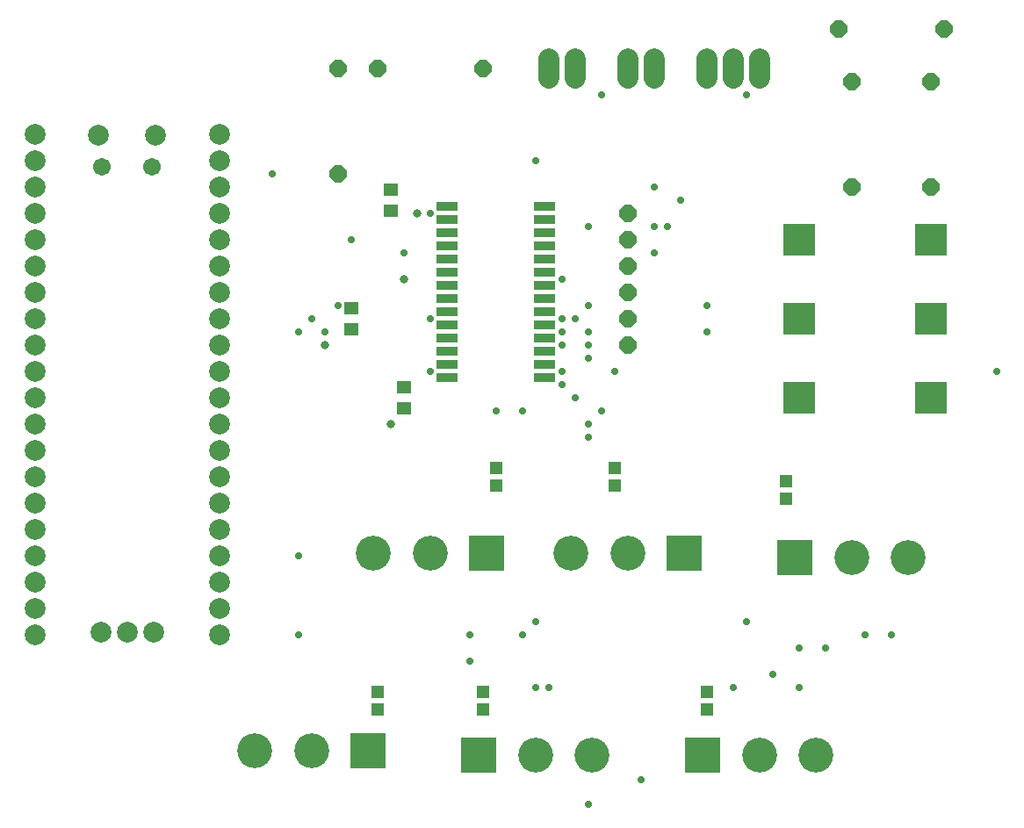
<source format=gts>
G04 EAGLE Gerber RS-274X export*
G75*
%MOMM*%
%FSLAX34Y34*%
%LPD*%
%INSoldermask Top*%
%IPPOS*%
%AMOC8*
5,1,8,0,0,1.08239X$1,22.5*%
G01*
%ADD10P,1.803519X8X292.500000*%
%ADD11R,1.403200X1.203200*%
%ADD12R,3.083200X3.083200*%
%ADD13R,2.093200X0.853200*%
%ADD14C,2.032000*%
%ADD15R,3.353200X3.353200*%
%ADD16C,3.353200*%
%ADD17P,1.803519X8X202.500000*%
%ADD18R,1.203200X1.303200*%
%ADD19P,1.803519X8X22.500000*%
%ADD20C,2.003200*%
%ADD21C,1.703200*%
%ADD22C,0.705600*%
%ADD23C,0.805600*%


D10*
X609600Y596900D03*
X609600Y571500D03*
X609600Y546100D03*
X609600Y520700D03*
X609600Y495300D03*
X609600Y469900D03*
D11*
X381000Y599600D03*
X381000Y619600D03*
X393700Y429100D03*
X393700Y409100D03*
X342900Y505300D03*
X342900Y485300D03*
D12*
X774700Y571500D03*
X901700Y571500D03*
X774700Y419100D03*
X901700Y419100D03*
X774700Y495300D03*
X901700Y495300D03*
D13*
X435800Y603250D03*
X435800Y590550D03*
X435800Y577850D03*
X435800Y565150D03*
X435800Y552450D03*
X435800Y539750D03*
X435800Y527050D03*
X435800Y514350D03*
X435800Y501650D03*
X435800Y488950D03*
X435800Y476250D03*
X435800Y463550D03*
X435800Y450850D03*
X435800Y438150D03*
X529400Y438150D03*
X529400Y450850D03*
X529400Y463550D03*
X529400Y476250D03*
X529400Y488950D03*
X529400Y501650D03*
X529400Y514350D03*
X529400Y527050D03*
X529400Y539750D03*
X529400Y552450D03*
X529400Y565150D03*
X529400Y577850D03*
X529400Y590550D03*
X529400Y603250D03*
D14*
X533400Y727456D02*
X533400Y745744D01*
X558800Y745744D02*
X558800Y727456D01*
X609600Y727456D02*
X609600Y745744D01*
X635000Y745744D02*
X635000Y727456D01*
X685800Y727456D02*
X685800Y745744D01*
X711200Y745744D02*
X711200Y727456D01*
X736600Y727456D02*
X736600Y745744D01*
D15*
X771000Y264700D03*
D16*
X825500Y264700D03*
X880000Y264700D03*
D15*
X682100Y74200D03*
D16*
X736600Y74200D03*
X791100Y74200D03*
D15*
X466200Y74200D03*
D16*
X520700Y74200D03*
X575200Y74200D03*
D15*
X664100Y268700D03*
D16*
X609600Y268700D03*
X555100Y268700D03*
D15*
X473600Y268700D03*
D16*
X419100Y268700D03*
X364600Y268700D03*
D15*
X359300Y78200D03*
D16*
X304800Y78200D03*
X250300Y78200D03*
D17*
X469900Y736600D03*
X368300Y736600D03*
D18*
X482600Y351400D03*
X482600Y334400D03*
X469900Y135500D03*
X469900Y118500D03*
D10*
X330200Y736600D03*
X330200Y635000D03*
D19*
X812800Y774700D03*
X914400Y774700D03*
D10*
X901700Y723900D03*
X901700Y622300D03*
X825500Y723900D03*
X825500Y622300D03*
D18*
X762000Y338700D03*
X762000Y321700D03*
X596900Y351400D03*
X596900Y334400D03*
X368300Y135500D03*
X368300Y118500D03*
X685800Y135500D03*
X685800Y118500D03*
D20*
X38100Y673100D03*
X38100Y647700D03*
X38100Y520700D03*
X38100Y495300D03*
X38100Y622300D03*
X38100Y596900D03*
X38100Y546100D03*
X38100Y571500D03*
X38100Y469900D03*
X38100Y444500D03*
X38100Y419100D03*
X38100Y393700D03*
X38100Y368300D03*
X38100Y342900D03*
X38100Y317500D03*
X38100Y292100D03*
X38100Y266700D03*
X38100Y241300D03*
X38100Y215900D03*
X38100Y190500D03*
X215900Y190500D03*
X215900Y215900D03*
X215900Y241300D03*
X215900Y266700D03*
X215900Y292100D03*
X215900Y317500D03*
X215900Y342900D03*
X215900Y368300D03*
X215900Y393700D03*
X215900Y419100D03*
X215900Y444500D03*
X215900Y469900D03*
X215900Y495300D03*
X215900Y520700D03*
X215900Y546100D03*
X215900Y571500D03*
X215900Y596900D03*
X215900Y622300D03*
X215900Y647700D03*
X215900Y673100D03*
X99750Y671800D03*
X154250Y671800D03*
D21*
X102750Y641500D03*
X151250Y641500D03*
D20*
X101600Y192800D03*
X127000Y192800D03*
X152400Y192800D03*
D22*
X635000Y584200D03*
X635000Y622300D03*
X774700Y177800D03*
X800100Y177800D03*
X838200Y190500D03*
X863600Y190500D03*
X292100Y266700D03*
X292100Y190500D03*
X482600Y406400D03*
X508000Y406400D03*
X558800Y495300D03*
X571500Y508000D03*
X749300Y152400D03*
X774700Y139700D03*
X660400Y609600D03*
X647700Y584200D03*
X457200Y165100D03*
X457200Y190500D03*
X571500Y26642D03*
X622300Y50800D03*
X546100Y469900D03*
X571500Y457200D03*
X584200Y406400D03*
X571500Y381000D03*
X520700Y203200D03*
X533400Y139700D03*
X571500Y482600D03*
X723900Y711200D03*
X571500Y584200D03*
X596900Y444500D03*
X546100Y533400D03*
X546100Y495300D03*
X546100Y431800D03*
X558896Y419004D03*
X723900Y203200D03*
X711200Y139700D03*
X546100Y482600D03*
X571500Y469900D03*
X508000Y190500D03*
X520700Y139700D03*
X635000Y558800D03*
X342900Y571500D03*
X419100Y495300D03*
X292100Y482600D03*
X330200Y508000D03*
X546100Y444500D03*
X571500Y393700D03*
X419100Y444500D03*
X317500Y482600D03*
X304800Y495300D03*
X266700Y635000D03*
D23*
X317500Y469900D03*
X381000Y393700D03*
X393700Y533400D03*
X406400Y596900D03*
D22*
X419100Y596900D03*
X393700Y558800D03*
X584200Y711200D03*
X520700Y647700D03*
X685800Y508000D03*
X685800Y482600D03*
X965200Y444500D03*
M02*

</source>
